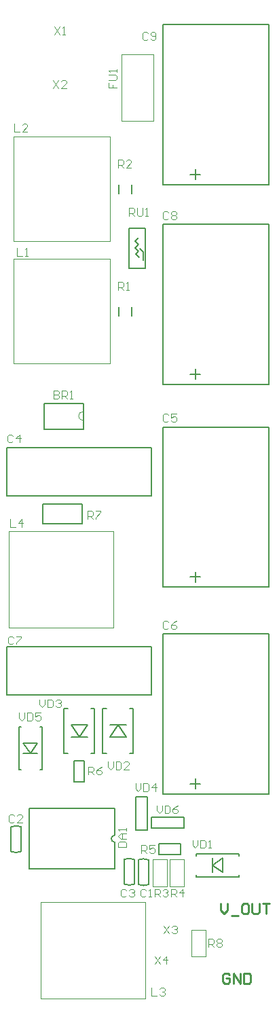
<source format=gto>
G04 Layer_Color=65535*
%FSLAX24Y24*%
%MOIN*%
G70*
G01*
G75*
%ADD10C,0.0079*%
%ADD29C,0.0100*%
%ADD38C,0.0070*%
%ADD39C,0.0039*%
%ADD40C,0.0050*%
%ADD41C,0.0070*%
D10*
X25500Y38230D02*
G03*
X25500Y37879I0J-175D01*
G01*
X31593Y37213D02*
Y37321D01*
Y36179D02*
Y36287D01*
X29507Y37213D02*
Y37321D01*
Y36179D02*
Y36287D01*
Y37321D02*
X31593D01*
X29507Y36179D02*
X31593D01*
X26728Y67015D02*
X26885Y66857D01*
Y66444D02*
Y66857D01*
X26521Y66739D02*
X26684Y66577D01*
X26516Y66744D02*
X26669Y66896D01*
X26507Y67059D02*
X26669Y66896D01*
X26507Y67059D02*
X26659Y67211D01*
X26502Y67369D02*
X26659Y67211D01*
X26502Y67369D02*
Y67389D01*
X26649Y67536D01*
X26196Y66050D02*
Y68018D01*
Y66050D02*
X26600D01*
X26196Y68018D02*
X26600D01*
X27004Y66050D02*
Y68018D01*
X26600Y66050D02*
X27004D01*
X26600Y68018D02*
X27004D01*
X26315Y69713D02*
Y70146D01*
X25685Y69713D02*
Y70146D01*
X26315Y63713D02*
Y64146D01*
X25685Y63713D02*
Y64146D01*
X20779Y43543D02*
X20887D01*
X21813D02*
X21921D01*
X20779Y41457D02*
X20887D01*
X21813D02*
X21921D01*
X20779D02*
Y43543D01*
X21921Y41457D02*
Y43543D01*
X21296Y39537D02*
X25500D01*
X21296Y36572D02*
Y39537D01*
Y36572D02*
X25500D01*
Y37879D01*
Y38230D02*
Y39537D01*
X26398Y42248D02*
Y44452D01*
X24902Y42248D02*
Y44452D01*
X26211Y42248D02*
X26398D01*
X24902D02*
X25089D01*
X26211Y44452D02*
X26398D01*
X24902D02*
X25089D01*
X26515Y38493D02*
Y40093D01*
X27076Y38493D02*
Y40097D01*
X26515Y38493D02*
X27076D01*
X26515Y40097D02*
X27076D01*
X27307Y38565D02*
X28907D01*
X27303Y39126D02*
X28907D01*
Y38565D02*
Y39126D01*
X27303Y38565D02*
Y39126D01*
X23002Y42248D02*
Y44452D01*
X24498Y42248D02*
Y44452D01*
X23002D02*
X23189D01*
X24311D02*
X24498D01*
X23002Y42248D02*
X23189D01*
X24311D02*
X24498D01*
X22015Y59428D02*
X23974D01*
X22015Y58158D02*
Y59428D01*
Y58158D02*
X23974D01*
Y59428D01*
D29*
X31141Y31376D02*
X31056Y31462D01*
X30885D01*
X30800Y31376D01*
Y31035D01*
X30885Y30950D01*
X31056D01*
X31141Y31035D01*
Y31206D01*
X30971D01*
X31312Y30950D02*
Y31462D01*
X31653Y30950D01*
Y31462D01*
X31823D02*
Y30950D01*
X32079D01*
X32164Y31035D01*
Y31376D01*
X32079Y31462D01*
X31823D01*
X30700Y34882D02*
Y34541D01*
X30871Y34370D01*
X31041Y34541D01*
Y34882D01*
X31212Y34285D02*
X31553D01*
X31979Y34882D02*
X31809D01*
X31723Y34796D01*
Y34455D01*
X31809Y34370D01*
X31979D01*
X32064Y34455D01*
Y34796D01*
X31979Y34882D01*
X32235D02*
Y34455D01*
X32320Y34370D01*
X32491D01*
X32576Y34455D01*
Y34882D01*
X32747D02*
X33088D01*
X32917D01*
Y34370D01*
D38*
X27156Y37018D02*
G03*
X26645Y37019I-256J-608D01*
G01*
Y35811D02*
G03*
X27156Y35812I255J609D01*
G01*
X25944Y35832D02*
G03*
X26455Y35831I256J608D01*
G01*
Y37039D02*
G03*
X25944Y37038I-255J-609D01*
G01*
X20394Y37432D02*
G03*
X20905Y37431I256J608D01*
G01*
Y38639D02*
G03*
X20394Y38638I-255J-609D01*
G01*
X26645Y35815D02*
Y37015D01*
X27156Y35815D02*
Y37016D01*
X26455Y35835D02*
Y37035D01*
X25944Y35834D02*
Y37035D01*
X27673Y37294D02*
X28717D01*
X27673Y37806D02*
X28717D01*
X27673Y37294D02*
Y37806D01*
X28717Y37294D02*
Y37806D01*
X20905Y37435D02*
Y38635D01*
X20394Y37434D02*
Y38635D01*
X23494Y40833D02*
Y41877D01*
X24006Y40833D02*
Y41877D01*
X23494D02*
X24006D01*
X23494Y40833D02*
X24006D01*
D39*
X23934Y59015D02*
G03*
X23934Y58582I0J-217D01*
G01*
X20528Y72500D02*
X20636D01*
X20528Y70306D02*
Y72500D01*
X20626D02*
X22870D01*
X25243D01*
Y72244D02*
Y72500D01*
Y67363D02*
Y72244D01*
X20528Y67363D02*
X25243D01*
X20528D02*
Y67491D01*
Y67471D02*
Y70306D01*
Y66500D02*
X20636D01*
X20528Y64306D02*
Y66500D01*
X20626D02*
X22870D01*
X25243D01*
Y66244D02*
Y66500D01*
Y61363D02*
Y66244D01*
X20528Y61363D02*
X25243D01*
X20528D02*
Y61491D01*
Y61471D02*
Y64306D01*
X20300Y48428D02*
Y48536D01*
Y48428D02*
X22494D01*
X20300Y48526D02*
Y50770D01*
Y53143D01*
X20556D01*
X25437D01*
Y48428D02*
Y53143D01*
X25309Y48428D02*
X25437D01*
X22494D02*
X25329D01*
X21850Y30228D02*
Y30336D01*
Y30228D02*
X24044D01*
X21850Y30326D02*
Y32570D01*
Y34943D01*
X22106D01*
X26987D01*
Y30228D02*
Y34943D01*
X26859Y30228D02*
X26987D01*
X24044D02*
X26879D01*
X27350Y37033D02*
X28050D01*
X27350Y35719D02*
X28050D01*
X27350D02*
Y37033D01*
X28050Y35719D02*
Y37033D01*
X28200D02*
X28900D01*
X28200Y35719D02*
X28900D01*
X28200D02*
Y37033D01*
X28900Y35719D02*
Y37033D01*
X29250Y32267D02*
X29950D01*
X29250Y33582D02*
X29950D01*
Y32267D02*
Y33582D01*
X29250Y32267D02*
Y33582D01*
X25813Y73272D02*
X27387D01*
X25813D02*
Y76559D01*
X27387D01*
Y73272D02*
Y76559D01*
X20482Y57828D02*
X20417Y57894D01*
X20286D01*
X20220Y57828D01*
Y57566D01*
X20286Y57500D01*
X20417D01*
X20482Y57566D01*
X20810Y57500D02*
Y57894D01*
X20614Y57697D01*
X20876D01*
X28122Y58838D02*
X28057Y58904D01*
X27926D01*
X27860Y58838D01*
Y58576D01*
X27926Y58510D01*
X28057D01*
X28122Y58576D01*
X28516Y58904D02*
X28254D01*
Y58707D01*
X28385Y58772D01*
X28450D01*
X28516Y58707D01*
Y58576D01*
X28450Y58510D01*
X28319D01*
X28254Y58576D01*
X28122Y48688D02*
X28057Y48754D01*
X27926D01*
X27860Y48688D01*
Y48426D01*
X27926Y48360D01*
X28057D01*
X28122Y48426D01*
X28516Y48754D02*
X28385Y48688D01*
X28254Y48557D01*
Y48426D01*
X28319Y48360D01*
X28450D01*
X28516Y48426D01*
Y48491D01*
X28450Y48557D01*
X28254D01*
X20512Y47928D02*
X20447Y47994D01*
X20316D01*
X20250Y47928D01*
Y47666D01*
X20316Y47600D01*
X20447D01*
X20512Y47666D01*
X20644Y47994D02*
X20906D01*
Y47928D01*
X20644Y47666D01*
Y47600D01*
X28122Y68788D02*
X28057Y68854D01*
X27926D01*
X27860Y68788D01*
Y68526D01*
X27926Y68460D01*
X28057D01*
X28122Y68526D01*
X28254Y68788D02*
X28319Y68854D01*
X28450D01*
X28516Y68788D01*
Y68722D01*
X28450Y68657D01*
X28516Y68591D01*
Y68526D01*
X28450Y68460D01*
X28319D01*
X28254Y68526D01*
Y68591D01*
X28319Y68657D01*
X28254Y68722D01*
Y68788D01*
X28319Y68657D02*
X28450D01*
X27112Y77578D02*
X27047Y77644D01*
X26916D01*
X26850Y77578D01*
Y77316D01*
X26916Y77250D01*
X27047D01*
X27112Y77316D01*
X27244D02*
X27309Y77250D01*
X27440D01*
X27506Y77316D01*
Y77578D01*
X27440Y77644D01*
X27309D01*
X27244Y77578D01*
Y77512D01*
X27309Y77447D01*
X27506D01*
X25656Y37650D02*
X26050D01*
Y37847D01*
X25984Y37912D01*
X25722D01*
X25656Y37847D01*
Y37650D01*
X26050Y38044D02*
X25788D01*
X25656Y38175D01*
X25788Y38306D01*
X26050D01*
X25853D01*
Y38044D01*
X26050Y38437D02*
Y38568D01*
Y38503D01*
X25656D01*
X25722Y38437D01*
X20700Y67044D02*
Y66650D01*
X20962D01*
X21094D02*
X21225D01*
X21159D01*
Y67044D01*
X21094Y66978D01*
X20550Y73154D02*
Y72760D01*
X20812D01*
X21206D02*
X20944D01*
X21206Y73022D01*
Y73088D01*
X21140Y73154D01*
X21009D01*
X20944Y73088D01*
X27300Y30744D02*
Y30350D01*
X27562D01*
X27694Y30678D02*
X27759Y30744D01*
X27890D01*
X27956Y30678D01*
Y30612D01*
X27890Y30547D01*
X27825D01*
X27890D01*
X27956Y30481D01*
Y30416D01*
X27890Y30350D01*
X27759D01*
X27694Y30416D01*
X20350Y53744D02*
Y53350D01*
X20612D01*
X20940D02*
Y53744D01*
X20744Y53547D01*
X21006D01*
X24150Y53750D02*
Y54144D01*
X24347D01*
X24412Y54078D01*
Y53947D01*
X24347Y53881D01*
X24150D01*
X24281D02*
X24412Y53750D01*
X24544Y54144D02*
X24806D01*
Y54078D01*
X24544Y53816D01*
Y53750D01*
X29310Y37994D02*
Y37731D01*
X29441Y37600D01*
X29572Y37731D01*
Y37994D01*
X29704D02*
Y37600D01*
X29900D01*
X29966Y37666D01*
Y37928D01*
X29900Y37994D01*
X29704D01*
X30097Y37600D02*
X30228D01*
X30163D01*
Y37994D01*
X30097Y37928D01*
X25150Y41844D02*
Y41581D01*
X25281Y41450D01*
X25412Y41581D01*
Y41844D01*
X25544D02*
Y41450D01*
X25740D01*
X25806Y41516D01*
Y41778D01*
X25740Y41844D01*
X25544D01*
X26200Y41450D02*
X25937D01*
X26200Y41712D01*
Y41778D01*
X26134Y41844D01*
X26003D01*
X25937Y41778D01*
X21800Y44894D02*
Y44631D01*
X21931Y44500D01*
X22062Y44631D01*
Y44894D01*
X22194D02*
Y44500D01*
X22390D01*
X22456Y44566D01*
Y44828D01*
X22390Y44894D01*
X22194D01*
X22587Y44828D02*
X22653Y44894D01*
X22784D01*
X22850Y44828D01*
Y44762D01*
X22784Y44697D01*
X22718D01*
X22784D01*
X22850Y44631D01*
Y44566D01*
X22784Y44500D01*
X22653D01*
X22587Y44566D01*
X20800Y44244D02*
Y43981D01*
X20931Y43850D01*
X21062Y43981D01*
Y44244D01*
X21194D02*
Y43850D01*
X21390D01*
X21456Y43916D01*
Y44178D01*
X21390Y44244D01*
X21194D01*
X21850D02*
X21587D01*
Y44047D01*
X21718Y44112D01*
X21784D01*
X21850Y44047D01*
Y43916D01*
X21784Y43850D01*
X21653D01*
X21587Y43916D01*
X22520Y77914D02*
X22782Y77520D01*
Y77914D02*
X22520Y77520D01*
X22914D02*
X23045D01*
X22979D01*
Y77914D01*
X22914Y77848D01*
X22470Y75264D02*
X22732Y74870D01*
Y75264D02*
X22470Y74870D01*
X23126D02*
X22864D01*
X23126Y75132D01*
Y75198D01*
X23060Y75264D01*
X22929D01*
X22864Y75198D01*
X27900Y33794D02*
X28162Y33400D01*
Y33794D02*
X27900Y33400D01*
X28294Y33728D02*
X28359Y33794D01*
X28490D01*
X28556Y33728D01*
Y33662D01*
X28490Y33597D01*
X28425D01*
X28490D01*
X28556Y33531D01*
Y33466D01*
X28490Y33400D01*
X28359D01*
X28294Y33466D01*
X27450Y32294D02*
X27712Y31900D01*
Y32294D02*
X27450Y31900D01*
X28040D02*
Y32294D01*
X27844Y32097D01*
X28106D01*
X26200Y68610D02*
Y69004D01*
X26397D01*
X26462Y68938D01*
Y68807D01*
X26397Y68741D01*
X26200D01*
X26331D02*
X26462Y68610D01*
X26594Y69004D02*
Y68676D01*
X26659Y68610D01*
X26790D01*
X26856Y68676D01*
Y69004D01*
X26987Y68610D02*
X27118D01*
X27053D01*
Y69004D01*
X26987Y68938D01*
X25650Y64990D02*
Y65384D01*
X25847D01*
X25912Y65318D01*
Y65187D01*
X25847Y65121D01*
X25650D01*
X25781D02*
X25912Y64990D01*
X26044D02*
X26175D01*
X26109D01*
Y65384D01*
X26044Y65318D01*
X25650Y70990D02*
Y71384D01*
X25847D01*
X25912Y71318D01*
Y71187D01*
X25847Y71121D01*
X25650D01*
X25781D02*
X25912Y70990D01*
X26306D02*
X26044D01*
X26306Y71252D01*
Y71318D01*
X26240Y71384D01*
X26109D01*
X26044Y71318D01*
X27012Y35528D02*
X26947Y35594D01*
X26816D01*
X26750Y35528D01*
Y35266D01*
X26816Y35200D01*
X26947D01*
X27012Y35266D01*
X27144Y35200D02*
X27275D01*
X27209D01*
Y35594D01*
X27144Y35528D01*
X20562Y39178D02*
X20497Y39244D01*
X20366D01*
X20300Y39178D01*
Y38916D01*
X20366Y38850D01*
X20497D01*
X20562Y38916D01*
X20956Y38850D02*
X20694D01*
X20956Y39112D01*
Y39178D01*
X20890Y39244D01*
X20759D01*
X20694Y39178D01*
X26062Y35528D02*
X25997Y35594D01*
X25866D01*
X25800Y35528D01*
Y35266D01*
X25866Y35200D01*
X25997D01*
X26062Y35266D01*
X26194Y35528D02*
X26259Y35594D01*
X26390D01*
X26456Y35528D01*
Y35462D01*
X26390Y35397D01*
X26325D01*
X26390D01*
X26456Y35331D01*
Y35266D01*
X26390Y35200D01*
X26259D01*
X26194Y35266D01*
X26800Y37350D02*
Y37744D01*
X26997D01*
X27062Y37678D01*
Y37547D01*
X26997Y37481D01*
X26800D01*
X26931D02*
X27062Y37350D01*
X27456Y37744D02*
X27194D01*
Y37547D01*
X27325Y37612D01*
X27390D01*
X27456Y37547D01*
Y37416D01*
X27390Y37350D01*
X27259D01*
X27194Y37416D01*
X30100Y32750D02*
Y33144D01*
X30297D01*
X30362Y33078D01*
Y32947D01*
X30297Y32881D01*
X30100D01*
X30231D02*
X30362Y32750D01*
X30494Y33078D02*
X30559Y33144D01*
X30690D01*
X30756Y33078D01*
Y33012D01*
X30690Y32947D01*
X30756Y32881D01*
Y32816D01*
X30690Y32750D01*
X30559D01*
X30494Y32816D01*
Y32881D01*
X30559Y32947D01*
X30494Y33012D01*
Y33078D01*
X30559Y32947D02*
X30690D01*
X22500Y60044D02*
Y59650D01*
X22697D01*
X22762Y59716D01*
Y59781D01*
X22697Y59847D01*
X22500D01*
X22697D01*
X22762Y59912D01*
Y59978D01*
X22697Y60044D01*
X22500D01*
X22894Y59650D02*
Y60044D01*
X23090D01*
X23156Y59978D01*
Y59847D01*
X23090Y59781D01*
X22894D01*
X23025D02*
X23156Y59650D01*
X23287D02*
X23418D01*
X23353D01*
Y60044D01*
X23287Y59978D01*
X27450Y35200D02*
Y35594D01*
X27647D01*
X27712Y35528D01*
Y35397D01*
X27647Y35331D01*
X27450D01*
X27581D02*
X27712Y35200D01*
X27844Y35528D02*
X27909Y35594D01*
X28040D01*
X28106Y35528D01*
Y35462D01*
X28040Y35397D01*
X27975D01*
X28040D01*
X28106Y35331D01*
Y35266D01*
X28040Y35200D01*
X27909D01*
X27844Y35266D01*
X28250Y35200D02*
Y35594D01*
X28447D01*
X28512Y35528D01*
Y35397D01*
X28447Y35331D01*
X28250D01*
X28381D02*
X28512Y35200D01*
X28840D02*
Y35594D01*
X28644Y35397D01*
X28906D01*
X24200Y41200D02*
Y41594D01*
X24397D01*
X24462Y41528D01*
Y41397D01*
X24397Y41331D01*
X24200D01*
X24331D02*
X24462Y41200D01*
X24856Y41594D02*
X24725Y41528D01*
X24594Y41397D01*
Y41266D01*
X24659Y41200D01*
X24790D01*
X24856Y41266D01*
Y41331D01*
X24790Y41397D01*
X24594D01*
X26510Y40774D02*
Y40511D01*
X26641Y40380D01*
X26772Y40511D01*
Y40774D01*
X26904D02*
Y40380D01*
X27100D01*
X27166Y40446D01*
Y40708D01*
X27100Y40774D01*
X26904D01*
X27494Y40380D02*
Y40774D01*
X27297Y40577D01*
X27560D01*
X27550Y39694D02*
Y39431D01*
X27681Y39300D01*
X27812Y39431D01*
Y39694D01*
X27944D02*
Y39300D01*
X28140D01*
X28206Y39366D01*
Y39628D01*
X28140Y39694D01*
X27944D01*
X28600D02*
X28468Y39628D01*
X28337Y39497D01*
Y39366D01*
X28403Y39300D01*
X28534D01*
X28600Y39366D01*
Y39431D01*
X28534Y39497D01*
X28337D01*
X25206Y75162D02*
Y74900D01*
X25403D01*
Y75031D01*
Y74900D01*
X25600D01*
X25206Y75294D02*
X25534D01*
X25600Y75359D01*
Y75490D01*
X25534Y75556D01*
X25206D01*
X25600Y75687D02*
Y75818D01*
Y75753D01*
X25206D01*
X25272Y75687D01*
D40*
X30800Y36400D02*
Y37100D01*
X30300Y36400D02*
Y37100D01*
Y36750D02*
X30800Y37100D01*
X30300Y36750D02*
X30800Y36400D01*
X27850Y58250D02*
X33050D01*
X27850Y50400D02*
Y58250D01*
Y50400D02*
X33050D01*
X29200Y50900D02*
X29700D01*
X29450Y50650D02*
Y51150D01*
X33050Y50400D02*
Y58250D01*
X27850Y48100D02*
X33050D01*
X27850Y40250D02*
Y48100D01*
Y40250D02*
X33050D01*
X29200Y40750D02*
X29700D01*
X29450Y40500D02*
Y41000D01*
X33050Y40250D02*
Y48100D01*
X27850Y68200D02*
X33050D01*
X27850Y60350D02*
Y68200D01*
Y60350D02*
X33050D01*
X29200Y60850D02*
X29700D01*
X29450Y60600D02*
Y61100D01*
X33050Y60350D02*
Y68200D01*
X27293Y54869D02*
Y57231D01*
X20207Y54869D02*
X27293D01*
X20207D02*
Y57231D01*
X27293D01*
Y45119D02*
Y47481D01*
X20207Y45119D02*
X27293D01*
X20207D02*
Y47481D01*
X27293D01*
X21000Y42750D02*
X21700D01*
X21000Y42250D02*
X21700D01*
X21000Y42750D02*
X21350Y42250D01*
X21700Y42750D01*
X25250Y43050D02*
X25650Y43650D01*
X26050Y43050D01*
X25250D02*
X26050D01*
X25250Y43650D02*
X26050D01*
X27850Y78000D02*
X33050D01*
X27850Y70150D02*
Y78000D01*
Y70150D02*
X33050D01*
X29200Y70650D02*
X29700D01*
X29450Y70400D02*
Y70900D01*
X33050Y70150D02*
Y78000D01*
X23750Y43050D02*
X24150Y43650D01*
X23350D02*
X23750Y43050D01*
X23350Y43650D02*
X24150D01*
X23350Y43050D02*
X24150D01*
D41*
X21970Y53520D02*
Y54480D01*
X23900Y53520D02*
Y54480D01*
X21970Y53520D02*
X23900D01*
X21970Y54480D02*
X23900D01*
M02*

</source>
